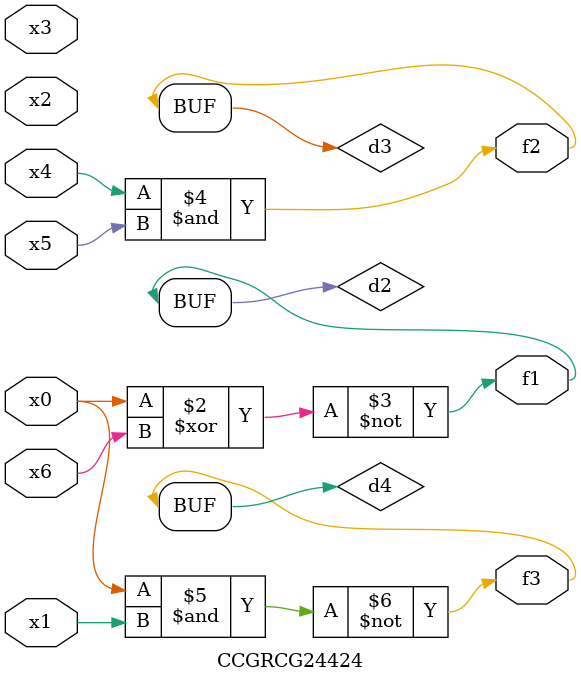
<source format=v>
module CCGRCG24424(
	input x0, x1, x2, x3, x4, x5, x6,
	output f1, f2, f3
);

	wire d1, d2, d3, d4;

	nor (d1, x0);
	xnor (d2, x0, x6);
	and (d3, x4, x5);
	nand (d4, x0, x1);
	assign f1 = d2;
	assign f2 = d3;
	assign f3 = d4;
endmodule

</source>
